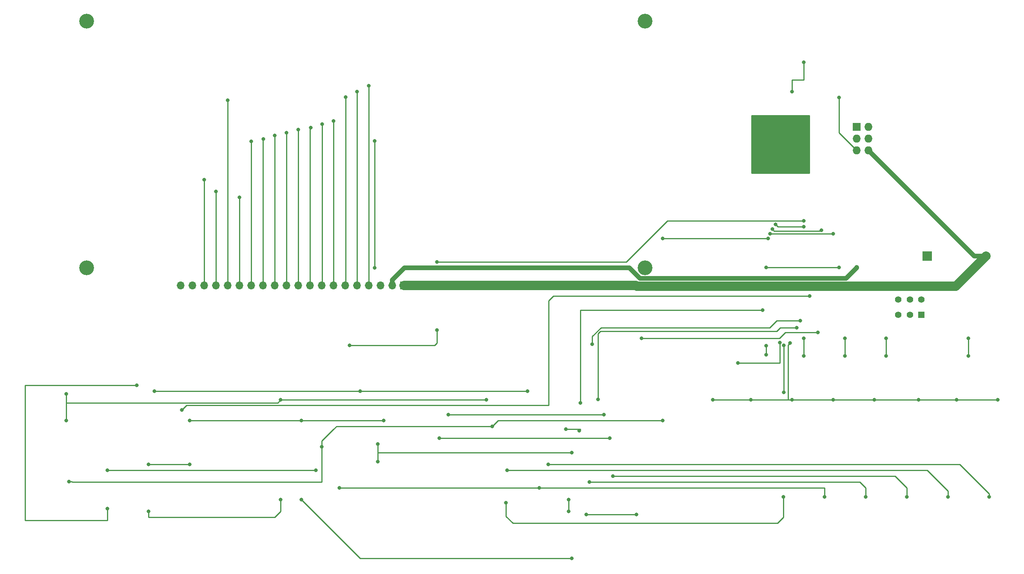
<source format=gbr>
G04 #@! TF.GenerationSoftware,KiCad,Pcbnew,5.1.4-e60b266~84~ubuntu18.04.1*
G04 #@! TF.CreationDate,2019-08-27T08:39:42+03:00*
G04 #@! TF.ProjectId,pcb,7063622e-6b69-4636-9164-5f7063625858,rev?*
G04 #@! TF.SameCoordinates,Original*
G04 #@! TF.FileFunction,Copper,L2,Bot*
G04 #@! TF.FilePolarity,Positive*
%FSLAX46Y46*%
G04 Gerber Fmt 4.6, Leading zero omitted, Abs format (unit mm)*
G04 Created by KiCad (PCBNEW 5.1.4-e60b266~84~ubuntu18.04.1) date 2019-08-27 08:39:42*
%MOMM*%
%LPD*%
G04 APERTURE LIST*
%ADD10C,1.400000*%
%ADD11R,1.400000X1.400000*%
%ADD12O,1.727200X1.727200*%
%ADD13R,1.727200X1.727200*%
%ADD14O,1.700000X1.700000*%
%ADD15R,1.700000X1.700000*%
%ADD16C,2.000000*%
%ADD17R,2.000000X2.000000*%
%ADD18C,3.200000*%
%ADD19C,0.800000*%
%ADD20C,1.000000*%
%ADD21C,2.000000*%
%ADD22C,0.250000*%
%ADD23C,0.254000*%
G04 APERTURE END LIST*
D10*
X209630000Y-77980000D03*
X212130000Y-77980000D03*
X214630000Y-77980000D03*
X209630000Y-81280000D03*
X212130000Y-81280000D03*
D11*
X214630000Y-81280000D03*
D12*
X203200000Y-45720000D03*
X200660000Y-45720000D03*
X203200000Y-43180000D03*
X200660000Y-43180000D03*
X203200000Y-40640000D03*
D13*
X200660000Y-40640000D03*
D14*
X54610000Y-74930000D03*
X57150000Y-74930000D03*
X59690000Y-74930000D03*
X62230000Y-74930000D03*
X64770000Y-74930000D03*
X67310000Y-74930000D03*
X69850000Y-74930000D03*
X72390000Y-74930000D03*
X74930000Y-74930000D03*
X77470000Y-74930000D03*
X80010000Y-74930000D03*
X82550000Y-74930000D03*
X85090000Y-74930000D03*
X87630000Y-74930000D03*
X90170000Y-74930000D03*
X92710000Y-74930000D03*
X95250000Y-74930000D03*
X97790000Y-74930000D03*
X100330000Y-74930000D03*
D15*
X102870000Y-74930000D03*
D16*
X228600000Y-68580000D03*
D17*
X215900000Y-68580000D03*
D18*
X154940000Y-17780000D03*
X154940000Y-71120000D03*
X34290000Y-17780000D03*
X34290000Y-71120000D03*
D19*
X189425153Y-44254847D03*
X186690000Y-39370000D03*
X179070000Y-44450000D03*
X180899990Y-49840000D03*
X189230000Y-49530000D03*
X96520000Y-43724990D03*
X96520000Y-71120000D03*
X200660000Y-71082002D03*
X189230000Y-26670000D03*
X186690000Y-33020000D03*
X95250000Y-31750000D03*
X92710000Y-33020000D03*
X90260001Y-34199999D03*
X87630000Y-39370000D03*
X85180001Y-40095001D03*
X82730002Y-40820002D03*
X80010000Y-41275000D03*
X77470000Y-41910000D03*
X74930000Y-42545000D03*
X72480001Y-43270001D03*
X69850000Y-43815000D03*
X67310000Y-55880000D03*
X64770000Y-34925000D03*
X62230000Y-54610000D03*
X59690000Y-52070000D03*
X192278000Y-85090000D03*
X154178000Y-86360000D03*
X110490000Y-107950000D03*
X147320000Y-107950000D03*
X184079949Y-87329299D03*
X175006000Y-91694000D03*
X29845000Y-104140000D03*
X76200000Y-99695000D03*
X120650000Y-99695000D03*
X184785000Y-120650000D03*
X124900000Y-121920000D03*
X29845000Y-98425000D03*
X181102000Y-89916000D03*
X181102000Y-87960000D03*
X193675000Y-120650000D03*
X38735000Y-114935000D03*
X83820000Y-114935000D03*
X88900000Y-118745000D03*
X132080000Y-118745000D03*
X189230000Y-90170000D03*
X189230000Y-86360000D03*
X183140030Y-61722000D03*
X189230000Y-62230000D03*
X202565000Y-120650000D03*
X142875000Y-117475000D03*
X47625000Y-113665000D03*
X56515000Y-113665000D03*
X97155000Y-109220000D03*
X97155000Y-113030000D03*
X139065000Y-111125000D03*
X198120000Y-90170000D03*
X198120000Y-86360000D03*
X182415030Y-62738000D03*
X193040000Y-62992000D03*
X211455000Y-120650000D03*
X147955000Y-116205000D03*
X56515000Y-104140000D03*
X98425000Y-104140000D03*
X80645000Y-104140000D03*
X112395000Y-102870000D03*
X146050000Y-102870000D03*
X207010000Y-90170000D03*
X207010000Y-86360000D03*
X181965020Y-63754000D03*
X195580000Y-63754000D03*
X220345000Y-120650000D03*
X125095000Y-114935000D03*
X30480000Y-117330000D03*
X85090000Y-109855000D03*
X121920000Y-105410000D03*
X158750000Y-104140000D03*
X158750000Y-64770000D03*
X181515010Y-64770000D03*
X229235000Y-120650000D03*
X38735000Y-123190000D03*
X45085000Y-96520000D03*
X48895000Y-97790000D03*
X93345000Y-97790000D03*
X129540000Y-97790000D03*
X133985000Y-113665000D03*
X224790000Y-90170000D03*
X224790000Y-86360000D03*
X181065000Y-71062010D03*
X196792010Y-71062010D03*
X153035000Y-124460000D03*
X142240000Y-124460000D03*
X47625000Y-123825000D03*
X76200000Y-121285000D03*
X80645000Y-121285000D03*
X139065000Y-133985000D03*
X138430000Y-123825000D03*
X138430000Y-121285000D03*
X137795000Y-106045000D03*
X140680000Y-106335000D03*
X140970000Y-100330000D03*
X180340000Y-80264000D03*
X54864000Y-101854000D03*
X190500000Y-77216000D03*
X189230000Y-60960000D03*
X109982000Y-69850000D03*
X109982000Y-84582000D03*
X91095000Y-87920000D03*
X188468000Y-82550000D03*
X143510000Y-87630000D03*
X187706000Y-84074000D03*
X144780000Y-99568000D03*
X231140000Y-99695000D03*
X222250000Y-99695000D03*
X213995000Y-99695000D03*
X204470000Y-99695000D03*
X195580000Y-99695000D03*
X186690000Y-99695000D03*
X177800000Y-99695000D03*
X169545000Y-99695000D03*
X186255000Y-87376000D03*
X184912000Y-87884000D03*
X184912000Y-98044000D03*
X196850000Y-34290000D03*
D20*
X226060000Y-68580000D02*
X203200000Y-45720000D01*
X228600000Y-68580000D02*
X226060000Y-68580000D01*
D21*
X222059989Y-75120011D02*
X227600001Y-69579999D01*
X227600001Y-69579999D02*
X228600000Y-68580000D01*
X153131832Y-75120011D02*
X222059989Y-75120011D01*
X152941821Y-74930000D02*
X153131832Y-75120011D01*
X102870000Y-74930000D02*
X152941821Y-74930000D01*
D22*
X96520000Y-43724990D02*
X96520000Y-71120000D01*
D20*
X100330000Y-73727919D02*
X102937919Y-71120000D01*
X100330000Y-74930000D02*
X100330000Y-73727919D01*
X153835999Y-73420001D02*
X198359999Y-73420001D01*
X102937919Y-71120000D02*
X151535998Y-71120000D01*
X151535998Y-71120000D02*
X153835999Y-73420001D01*
X198359999Y-73420001D02*
X200660000Y-71120000D01*
X200660000Y-71120000D02*
X200660000Y-71082002D01*
D22*
X189230000Y-26670000D02*
X189230000Y-30480000D01*
X189230000Y-30480000D02*
X186690000Y-30480000D01*
X186690000Y-30480000D02*
X186690000Y-33020000D01*
X95250000Y-31750000D02*
X95250000Y-74930000D01*
X92710000Y-74930000D02*
X92710000Y-33020000D01*
X90260001Y-74839999D02*
X90170000Y-74930000D01*
X90260001Y-34199999D02*
X90260001Y-74839999D01*
X87630000Y-39370000D02*
X87630000Y-74930000D01*
X85180001Y-74839999D02*
X85090000Y-74930000D01*
X85180001Y-40095001D02*
X85180001Y-74839999D01*
X82550000Y-41000004D02*
X82730002Y-40820002D01*
X82550000Y-74930000D02*
X82550000Y-41000004D01*
X80010000Y-41275000D02*
X80010000Y-74930000D01*
X77470000Y-74930000D02*
X77470000Y-41910000D01*
X74930000Y-42545000D02*
X74930000Y-74930000D01*
X72390000Y-43360002D02*
X72480001Y-43270001D01*
X72390000Y-74930000D02*
X72390000Y-43360002D01*
X69850000Y-43815000D02*
X69850000Y-74930000D01*
X67310000Y-55880000D02*
X67310000Y-74930000D01*
X64770000Y-34925000D02*
X64770000Y-74930000D01*
X62230000Y-74930000D02*
X62230000Y-54610000D01*
X59690000Y-52070000D02*
X59690000Y-74930000D01*
X185246246Y-85090000D02*
X183976246Y-86360000D01*
X192278000Y-85090000D02*
X185246246Y-85090000D01*
X183976246Y-86360000D02*
X154178000Y-86360000D01*
X110490000Y-107950000D02*
X147320000Y-107950000D01*
X184079949Y-87329299D02*
X184079949Y-91623949D01*
X184079949Y-91623949D02*
X184009898Y-91694000D01*
X184009898Y-91694000D02*
X175006000Y-91694000D01*
X75565000Y-100330000D02*
X76200000Y-99695000D01*
X76200000Y-99695000D02*
X120650000Y-99695000D01*
X124900000Y-124900000D02*
X124900000Y-121920000D01*
X126365000Y-126365000D02*
X124900000Y-124900000D01*
X183515000Y-126365000D02*
X126365000Y-126365000D01*
X184785000Y-120650000D02*
X184785000Y-125095000D01*
X184785000Y-125095000D02*
X183515000Y-126365000D01*
X29845000Y-100330000D02*
X29845000Y-98425000D01*
X31115000Y-100330000D02*
X29845000Y-100330000D01*
X29845000Y-101600000D02*
X29845000Y-98425000D01*
X29845000Y-101600000D02*
X29845000Y-104140000D01*
X29845000Y-100330000D02*
X29845000Y-101600000D01*
X32385000Y-100330000D02*
X50165000Y-100330000D01*
X32385000Y-100330000D02*
X75565000Y-100330000D01*
X31115000Y-100330000D02*
X32385000Y-100330000D01*
X29845000Y-104140000D02*
X29845000Y-100330000D01*
X181102000Y-88138000D02*
X181102000Y-89916000D01*
X193675000Y-120650000D02*
X193675000Y-118745000D01*
X193675000Y-118745000D02*
X133985000Y-118745000D01*
X38735000Y-114935000D02*
X83820000Y-114935000D01*
X88900000Y-118745000D02*
X130175000Y-118745000D01*
X132080000Y-118745000D02*
X133985000Y-118745000D01*
X130175000Y-118745000D02*
X132080000Y-118745000D01*
X189230000Y-90170000D02*
X189230000Y-86360000D01*
X183140030Y-61722000D02*
X183648030Y-62230000D01*
X183648030Y-62230000D02*
X189230000Y-62230000D01*
X202565000Y-120650000D02*
X202565000Y-118745000D01*
X202565000Y-118745000D02*
X201295000Y-117475000D01*
X201295000Y-117475000D02*
X173990000Y-117475000D01*
X173990000Y-117475000D02*
X142875000Y-117475000D01*
X47625000Y-113665000D02*
X56515000Y-113665000D01*
X97155000Y-109220000D02*
X97155000Y-113030000D01*
X97155000Y-109220000D02*
X97155000Y-111125000D01*
X97155000Y-111125000D02*
X139065000Y-111125000D01*
X198120000Y-90170000D02*
X198120000Y-86360000D01*
X182815029Y-63137999D02*
X192894001Y-63137999D01*
X182415030Y-62738000D02*
X182815029Y-63137999D01*
X192894001Y-63137999D02*
X193040000Y-62992000D01*
X211455000Y-120650000D02*
X211455000Y-118745000D01*
X211455000Y-118745000D02*
X208915000Y-116205000D01*
X208915000Y-116205000D02*
X147955000Y-116205000D01*
X56515000Y-104140000D02*
X80645000Y-104140000D01*
X80645000Y-104140000D02*
X98425000Y-104140000D01*
X80645000Y-104140000D02*
X81280000Y-104140000D01*
X81280000Y-104140000D02*
X78740000Y-104140000D01*
X78740000Y-104140000D02*
X85090000Y-104140000D01*
X112395000Y-102870000D02*
X146050000Y-102870000D01*
X207010000Y-90170000D02*
X207010000Y-86360000D01*
X181965020Y-63754000D02*
X195580000Y-63754000D01*
X220345000Y-120650000D02*
X220345000Y-119380000D01*
X220345000Y-119380000D02*
X215900000Y-114935000D01*
X215900000Y-114935000D02*
X125095000Y-114935000D01*
X31045685Y-117330000D02*
X31190685Y-117475000D01*
X30480000Y-117330000D02*
X31045685Y-117330000D01*
X31190685Y-117475000D02*
X85090000Y-117475000D01*
X85090000Y-117475000D02*
X85090000Y-109855000D01*
X85090000Y-109855000D02*
X85090000Y-108585000D01*
X85090000Y-108585000D02*
X87630000Y-106045000D01*
X87630000Y-106045000D02*
X88265000Y-105410000D01*
X88265000Y-105410000D02*
X121920000Y-105410000D01*
X123190000Y-104140000D02*
X121920000Y-105410000D01*
X158750000Y-104140000D02*
X123190000Y-104140000D01*
X180949325Y-64770000D02*
X158750000Y-64770000D01*
X181515010Y-64770000D02*
X180949325Y-64770000D01*
X229235000Y-120650000D02*
X229235000Y-120015000D01*
X229235000Y-120015000D02*
X222885000Y-113665000D01*
X222885000Y-113665000D02*
X133985000Y-113665000D01*
X38735000Y-125730000D02*
X20955000Y-125730000D01*
X38735000Y-123190000D02*
X38735000Y-125730000D01*
X20955000Y-125730000D02*
X20955000Y-96520000D01*
X20955000Y-96520000D02*
X45085000Y-96520000D01*
X48895000Y-97790000D02*
X93345000Y-97790000D01*
X93345000Y-97790000D02*
X129540000Y-97790000D01*
X224790000Y-90170000D02*
X224790000Y-86360000D01*
X181065000Y-71062010D02*
X196792010Y-71062010D01*
X153035000Y-124460000D02*
X142240000Y-124460000D01*
X47625000Y-123825000D02*
X47625000Y-125095000D01*
X47625000Y-125095000D02*
X74295000Y-125095000D01*
X74295000Y-125095000D02*
X74930000Y-125095000D01*
X74930000Y-125095000D02*
X76200000Y-123825000D01*
X76200000Y-123825000D02*
X76200000Y-121285000D01*
X80645000Y-121285000D02*
X93345000Y-133985000D01*
X93345000Y-133985000D02*
X139065000Y-133985000D01*
X138430000Y-123825000D02*
X138430000Y-121285000D01*
X137795000Y-106045000D02*
X140970000Y-106045000D01*
X140970000Y-106045000D02*
X140680000Y-106335000D01*
X140970000Y-83820000D02*
X140970000Y-100330000D01*
X140970000Y-83820000D02*
X140970000Y-80264000D01*
X140970000Y-80264000D02*
X180340000Y-80264000D01*
X54864000Y-101854000D02*
X55880000Y-100838000D01*
X55880000Y-100838000D02*
X134112000Y-100838000D01*
X134112000Y-100838000D02*
X134112000Y-78232000D01*
X134112000Y-78232000D02*
X135128000Y-77216000D01*
X135128000Y-77216000D02*
X190500000Y-77216000D01*
X189230000Y-60960000D02*
X159766000Y-60960000D01*
X159766000Y-60960000D02*
X150876000Y-69850000D01*
X150876000Y-69850000D02*
X109982000Y-69850000D01*
X109982000Y-84582000D02*
X109982000Y-87376000D01*
X109982000Y-87376000D02*
X109474000Y-87884000D01*
X109474000Y-87884000D02*
X91131000Y-87884000D01*
X91131000Y-87884000D02*
X91095000Y-87920000D01*
X188468000Y-82550000D02*
X183388000Y-82550000D01*
X183388000Y-82550000D02*
X181864000Y-84074000D01*
X181864000Y-84074000D02*
X145413590Y-84074000D01*
X145413590Y-84074000D02*
X143510000Y-85977590D01*
X143510000Y-85977590D02*
X143510000Y-87630000D01*
X184092998Y-84074000D02*
X183330998Y-84836000D01*
X187706000Y-84074000D02*
X184092998Y-84074000D01*
X183330998Y-84836000D02*
X145542000Y-84836000D01*
X145542000Y-84836000D02*
X145288000Y-84836000D01*
X145288000Y-84836000D02*
X144780000Y-85344000D01*
X144780000Y-85344000D02*
X144780000Y-99568000D01*
X231140000Y-99695000D02*
X222250000Y-99695000D01*
X222250000Y-99695000D02*
X213995000Y-99695000D01*
X213995000Y-99695000D02*
X204470000Y-99695000D01*
X204470000Y-99695000D02*
X195580000Y-99695000D01*
X195580000Y-99695000D02*
X186690000Y-99695000D01*
X185801000Y-87830000D02*
X185801000Y-99695000D01*
X186255000Y-87376000D02*
X185801000Y-87830000D01*
X186690000Y-99695000D02*
X185801000Y-99695000D01*
X185801000Y-99695000D02*
X169545000Y-99695000D01*
X184912000Y-87884000D02*
X184912000Y-98044000D01*
X200660000Y-45720000D02*
X196850000Y-41910000D01*
X196850000Y-41910000D02*
X196850000Y-34290000D01*
D23*
G36*
X190373000Y-50673000D02*
G01*
X177927000Y-50673000D01*
X177927000Y-38227000D01*
X190373000Y-38227000D01*
X190373000Y-50673000D01*
X190373000Y-50673000D01*
G37*
X190373000Y-50673000D02*
X177927000Y-50673000D01*
X177927000Y-38227000D01*
X190373000Y-38227000D01*
X190373000Y-50673000D01*
M02*

</source>
